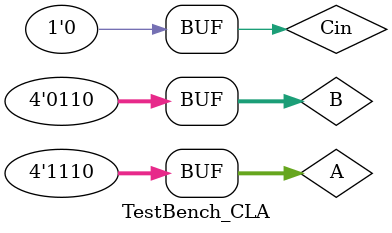
<source format=v>
`timescale 1ns / 1ps


module TestBench_CLA;

	// Inputs
	reg [3:0] A;
	reg [3:0] B;
	reg Cin;

	// Outputs
	wire [4:0] C;
	wire [3:0] S;
	wire Cout;

	// Instantiate the Unit Under Test (UUT)
	CLA uut (
		.A(A), 
		.B(B), 
		.Cin(Cin), 
		.C(C), 
		.S(S),
		.Cout(Cout)
	);

	initial begin
		// Initialize Inputs
		A = 4'b0000; B = 4'b0000; Cin = 0;
		#60 A = 4'b1111; B = 4'b0100; Cin = 0;
		#60 A = 4'b0010; B = 4'b1000; Cin = 0;		
		#60 A = 4'b0111; B = 4'b0110; Cin = 1;
		#60 A = 4'b1110; B = 4'b0110; Cin = 0;

		// Wait 100 ns for global reset to finish
		#100;
        
		// Add stimulus here

	end
      
endmodule


</source>
